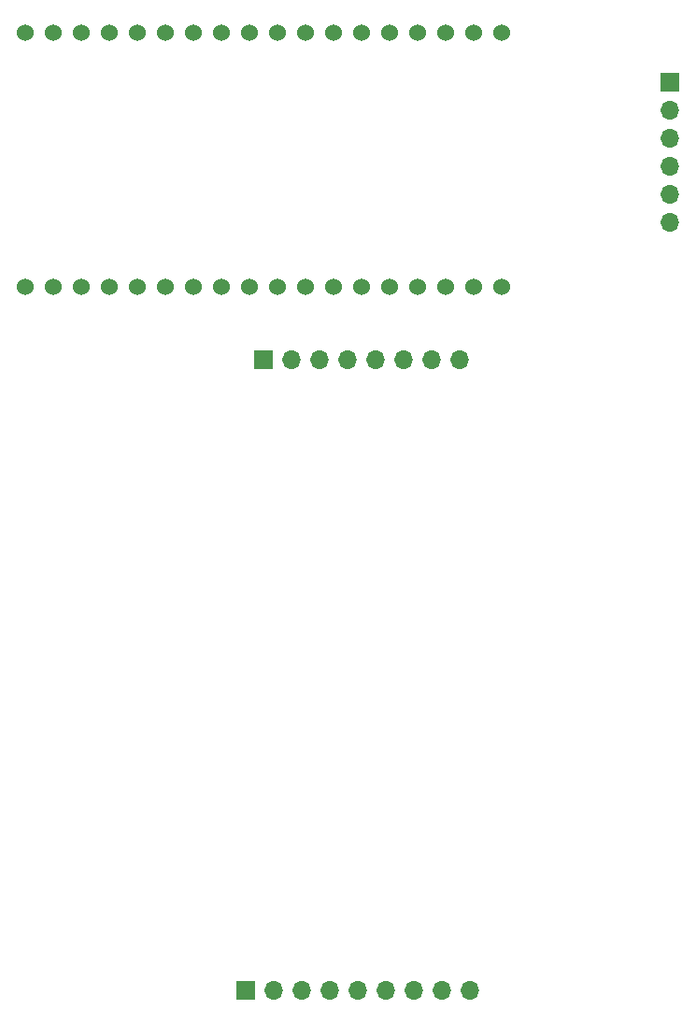
<source format=gbr>
%TF.GenerationSoftware,KiCad,Pcbnew,7.0.7*%
%TF.CreationDate,2023-09-01T04:02:33-04:00*%
%TF.ProjectId,Lora_Keypad,4c6f7261-5f4b-4657-9970-61642e6b6963,v1*%
%TF.SameCoordinates,Original*%
%TF.FileFunction,Soldermask,Top*%
%TF.FilePolarity,Negative*%
%FSLAX46Y46*%
G04 Gerber Fmt 4.6, Leading zero omitted, Abs format (unit mm)*
G04 Created by KiCad (PCBNEW 7.0.7) date 2023-09-01 04:02:33*
%MOMM*%
%LPD*%
G01*
G04 APERTURE LIST*
%ADD10R,1.700000X1.700000*%
%ADD11O,1.700000X1.700000*%
%ADD12C,1.524000*%
G04 APERTURE END LIST*
D10*
%TO.C,J1*%
X173990000Y-54610000D03*
D11*
X173990000Y-57150000D03*
X173990000Y-59690000D03*
X173990000Y-62230000D03*
X173990000Y-64770000D03*
X173990000Y-67310000D03*
%TD*%
D12*
%TO.C,U1*%
X115540000Y-73130000D03*
X118080000Y-73130000D03*
X120620000Y-73130000D03*
X123160000Y-73130000D03*
X125700000Y-73130000D03*
X128240000Y-73130000D03*
X130780000Y-73130000D03*
X133320000Y-73130000D03*
X135860000Y-73130000D03*
X138400000Y-73130000D03*
X140940000Y-73130000D03*
X143480000Y-73130000D03*
X146020000Y-73130000D03*
X148560000Y-73130000D03*
X151100000Y-73130000D03*
X153640000Y-73130000D03*
X156180000Y-73130000D03*
X158720000Y-73130000D03*
X158720000Y-50100000D03*
X156180000Y-50100000D03*
X153640000Y-50100000D03*
X151100000Y-50100000D03*
X148560000Y-50100000D03*
X146020000Y-50100000D03*
X143480000Y-50100000D03*
X140940000Y-50100000D03*
X138400000Y-50100000D03*
X135860000Y-50100000D03*
X133320000Y-50100000D03*
X130780000Y-50100000D03*
X128240000Y-50100000D03*
X125700000Y-50100000D03*
X123160000Y-50100000D03*
X120620000Y-50100000D03*
X118080000Y-50100000D03*
X115540000Y-50100000D03*
%TD*%
D10*
%TO.C,U2*%
X137160000Y-79760000D03*
D11*
X139700000Y-79760000D03*
X142240000Y-79760000D03*
X144780000Y-79760000D03*
X147320000Y-79760000D03*
X149860000Y-79760000D03*
X152400000Y-79760000D03*
X154940000Y-79760000D03*
D10*
X135572500Y-136910000D03*
D11*
X138112500Y-136910000D03*
X140652500Y-136910000D03*
X143192500Y-136910000D03*
X145732500Y-136910000D03*
X148272500Y-136910000D03*
X150812500Y-136910000D03*
X153352500Y-136910000D03*
X155892500Y-136910000D03*
%TD*%
M02*

</source>
